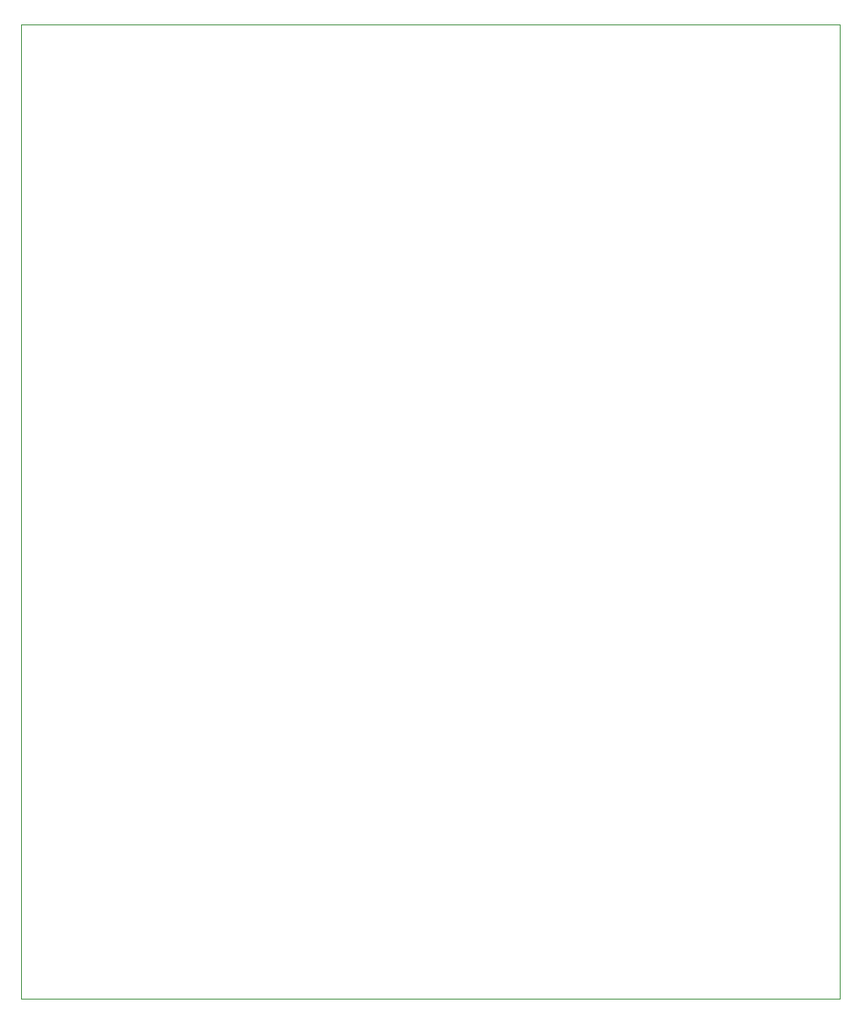
<source format=gbr>
%TF.GenerationSoftware,KiCad,Pcbnew,(6.0.7)*%
%TF.CreationDate,2022-09-25T11:51:51-07:00*%
%TF.ProjectId,ModularKeyboard_Main,4d6f6475-6c61-4724-9b65-79626f617264,0.1*%
%TF.SameCoordinates,Original*%
%TF.FileFunction,Profile,NP*%
%FSLAX46Y46*%
G04 Gerber Fmt 4.6, Leading zero omitted, Abs format (unit mm)*
G04 Created by KiCad (PCBNEW (6.0.7)) date 2022-09-25 11:51:51*
%MOMM*%
%LPD*%
G01*
G04 APERTURE LIST*
%TA.AperFunction,Profile*%
%ADD10C,0.100000*%
%TD*%
G04 APERTURE END LIST*
D10*
X136150000Y-54500000D02*
X218350000Y-54500000D01*
X136150000Y-152300000D02*
X218350000Y-152300000D01*
X218350000Y-54500000D02*
X218350000Y-152300000D01*
X136150000Y-152300000D02*
X136150000Y-54500000D01*
M02*

</source>
